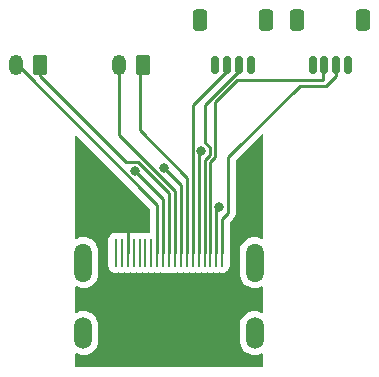
<source format=gbr>
%TF.GenerationSoftware,KiCad,Pcbnew,(6.0.6)*%
%TF.CreationDate,2022-06-22T16:08:49-06:00*%
%TF.ProjectId,21Pin_Fanout_Diodes_&_Heater,32315069-6e5f-4466-916e-6f75745f4469,rev?*%
%TF.SameCoordinates,Original*%
%TF.FileFunction,Copper,L1,Top*%
%TF.FilePolarity,Positive*%
%FSLAX46Y46*%
G04 Gerber Fmt 4.6, Leading zero omitted, Abs format (unit mm)*
G04 Created by KiCad (PCBNEW (6.0.6)) date 2022-06-22 16:08:49*
%MOMM*%
%LPD*%
G01*
G04 APERTURE LIST*
G04 Aperture macros list*
%AMRoundRect*
0 Rectangle with rounded corners*
0 $1 Rounding radius*
0 $2 $3 $4 $5 $6 $7 $8 $9 X,Y pos of 4 corners*
0 Add a 4 corners polygon primitive as box body*
4,1,4,$2,$3,$4,$5,$6,$7,$8,$9,$2,$3,0*
0 Add four circle primitives for the rounded corners*
1,1,$1+$1,$2,$3*
1,1,$1+$1,$4,$5*
1,1,$1+$1,$6,$7*
1,1,$1+$1,$8,$9*
0 Add four rect primitives between the rounded corners*
20,1,$1+$1,$2,$3,$4,$5,0*
20,1,$1+$1,$4,$5,$6,$7,0*
20,1,$1+$1,$6,$7,$8,$9,0*
20,1,$1+$1,$8,$9,$2,$3,0*%
G04 Aperture macros list end*
%TA.AperFunction,SMDPad,CuDef*%
%ADD10RoundRect,0.150000X0.150000X0.625000X-0.150000X0.625000X-0.150000X-0.625000X0.150000X-0.625000X0*%
%TD*%
%TA.AperFunction,SMDPad,CuDef*%
%ADD11RoundRect,0.250000X0.350000X0.650000X-0.350000X0.650000X-0.350000X-0.650000X0.350000X-0.650000X0*%
%TD*%
%TA.AperFunction,ComponentPad*%
%ADD12RoundRect,0.250000X0.350000X0.625000X-0.350000X0.625000X-0.350000X-0.625000X0.350000X-0.625000X0*%
%TD*%
%TA.AperFunction,ComponentPad*%
%ADD13O,1.200000X1.750000*%
%TD*%
%TA.AperFunction,SMDPad,CuDef*%
%ADD14O,0.250000X2.400000*%
%TD*%
%TA.AperFunction,ComponentPad*%
%ADD15O,1.500000X2.700000*%
%TD*%
%TA.AperFunction,ComponentPad*%
%ADD16O,1.500000X3.300000*%
%TD*%
%TA.AperFunction,ViaPad*%
%ADD17C,0.800000*%
%TD*%
%TA.AperFunction,Conductor*%
%ADD18C,0.250000*%
%TD*%
G04 APERTURE END LIST*
D10*
%TO.P,J6,1,Pin_1*%
%TO.N,unconnected-(J6-Pad1)*%
X15150000Y19250000D03*
%TO.P,J6,2,Pin_2*%
%TO.N,Net-(J1-Pad1)*%
X14150000Y19250000D03*
%TO.P,J6,3,Pin_3*%
%TO.N,Net-(J1-Pad3)*%
X13150000Y19250000D03*
%TO.P,J6,4,Pin_4*%
%TO.N,unconnected-(J6-Pad4)*%
X12150000Y19250000D03*
D11*
%TO.P,J6,MP*%
%TO.N,N/C*%
X16450000Y23125000D03*
X10850000Y23125000D03*
%TD*%
D12*
%TO.P,J3,1,Pin_1*%
%TO.N,Net-(J1-Pad10)*%
X-10950000Y19250000D03*
D13*
%TO.P,J3,2,Pin_2*%
%TO.N,Net-(J1-Pad12)*%
X-12950000Y19250000D03*
%TD*%
D12*
%TO.P,J2,1,Pin_1*%
%TO.N,Net-(J1-Pad7)*%
X-2250000Y19250000D03*
D13*
%TO.P,J2,2,Pin_2*%
%TO.N,Net-(J1-Pad9)*%
X-4250000Y19250000D03*
%TD*%
D10*
%TO.P,J7,1,Pin_1*%
%TO.N,unconnected-(J7-Pad1)*%
X6900000Y19250000D03*
%TO.P,J7,2,Pin_2*%
%TO.N,Net-(J1-Pad4)*%
X5900000Y19250000D03*
%TO.P,J7,3,Pin_3*%
%TO.N,Net-(J1-Pad6)*%
X4900000Y19250000D03*
%TO.P,J7,4,Pin_4*%
%TO.N,unconnected-(J7-Pad4)*%
X3900000Y19250000D03*
D11*
%TO.P,J7,MP*%
%TO.N,N/C*%
X8200000Y23125000D03*
X2600000Y23125000D03*
%TD*%
D14*
%TO.P,J1,1,D2+*%
%TO.N,Net-(J1-Pad1)*%
X4501000Y3396000D03*
%TO.P,J1,2,D2S*%
%TO.N,GND*%
X4001000Y3396000D03*
%TO.P,J1,3,D2-*%
%TO.N,Net-(J1-Pad3)*%
X3501000Y3396000D03*
%TO.P,J1,4,D1+*%
%TO.N,Net-(J1-Pad4)*%
X3001000Y3396000D03*
%TO.P,J1,5,D1S*%
%TO.N,GND*%
X2500000Y3396000D03*
%TO.P,J1,6,D1-*%
%TO.N,Net-(J1-Pad6)*%
X2000000Y3396000D03*
%TO.P,J1,7,D0+*%
%TO.N,Net-(J1-Pad7)*%
X1500000Y3396000D03*
%TO.P,J1,8,D0S*%
%TO.N,GND*%
X1000000Y3396000D03*
%TO.P,J1,9,D0-*%
%TO.N,Net-(J1-Pad9)*%
X500000Y3396000D03*
%TO.P,J1,10,CK+*%
%TO.N,Net-(J1-Pad10)*%
X0Y3396000D03*
%TO.P,J1,11,CKS*%
%TO.N,GND*%
X-500000Y3396000D03*
%TO.P,J1,12,CK-*%
%TO.N,Net-(J1-Pad12)*%
X-1000000Y3396000D03*
%TO.P,J1,13,CEC*%
%TO.N,unconnected-(J1-Pad13)*%
X-1500000Y3396000D03*
%TO.P,J1,14,UTILITY*%
%TO.N,unconnected-(J1-Pad14)*%
X-2000000Y3396000D03*
%TO.P,J1,15,SCL*%
%TO.N,unconnected-(J1-Pad15)*%
X-2500000Y3396000D03*
%TO.P,J1,16,SDA*%
%TO.N,unconnected-(J1-Pad16)*%
X-3001000Y3396000D03*
%TO.P,J1,17,GND*%
%TO.N,GND*%
X-3501000Y3396000D03*
%TO.P,J1,18,+5V*%
%TO.N,unconnected-(J1-Pad18)*%
X-4001000Y3396000D03*
%TO.P,J1,19,HPD*%
%TO.N,unconnected-(J1-Pad19)*%
X-4501000Y3396000D03*
D15*
%TO.P,J1,20*%
%TO.N,N/C*%
X7250000Y-3396000D03*
%TO.P,J1,21*%
X-7250000Y-3396000D03*
D16*
%TO.P,J1,22*%
X7250000Y2564000D03*
%TO.P,J1,23*%
X-7250000Y2564000D03*
%TD*%
D17*
%TO.N,GND*%
X2724500Y12000000D03*
X-3500000Y5500000D03*
X-431834Y10568166D03*
X4225500Y7250000D03*
X-2899299Y10350701D03*
%TD*%
D18*
%TO.N,Net-(J1-Pad1)*%
X5500000Y12000000D02*
X11050480Y17550480D01*
X13325960Y17550480D02*
X14150000Y18374520D01*
X4501000Y3396000D02*
X4501000Y6251000D01*
X11050480Y17550480D02*
X13325960Y17550480D01*
X5000000Y6750000D02*
X5000000Y11500000D01*
X5000000Y11500000D02*
X5500000Y12000000D01*
X14150000Y18374520D02*
X14150000Y19250000D01*
X4501000Y6251000D02*
X5000000Y6750000D01*
%TO.N,GND*%
X-500000Y7951402D02*
X-2899299Y10350701D01*
X4001000Y3396000D02*
X4001000Y7025500D01*
X-3501000Y5499000D02*
X-3500000Y5500000D01*
X2500000Y3396000D02*
X2500000Y11775500D01*
X1000000Y3396000D02*
X1000000Y9136332D01*
X-500000Y3396000D02*
X-500000Y7951402D01*
X4001000Y7025500D02*
X4225500Y7250000D01*
X2500000Y11775500D02*
X2724500Y12000000D01*
X-3501000Y3396000D02*
X-3501000Y5499000D01*
X1000000Y9136332D02*
X-431834Y10568166D01*
%TO.N,Net-(J1-Pad3)*%
X13000000Y18000000D02*
X13000000Y19100000D01*
X3898531Y16166741D02*
X4240895Y16509105D01*
X13000000Y19100000D02*
X13150000Y19250000D01*
X3898531Y11513700D02*
X3898531Y16166741D01*
X5731790Y18000000D02*
X13000000Y18000000D01*
X3501000Y11116168D02*
X3898531Y11513700D01*
X4240895Y16509105D02*
X5731790Y18000000D01*
X3501000Y3396000D02*
X3501000Y11116168D01*
%TO.N,Net-(J1-Pad4)*%
X3449011Y11699897D02*
X3449011Y12300989D01*
X3000000Y12750000D02*
X3000000Y15903928D01*
X5900000Y18803928D02*
X5900000Y19250000D01*
X3001000Y11251886D02*
X3449011Y11699897D01*
X3001000Y3396000D02*
X3001000Y11251886D01*
X3449011Y12300989D02*
X3000000Y12750000D01*
X3000000Y15903928D02*
X5900000Y18803928D01*
%TO.N,Net-(J1-Pad6)*%
X2000000Y15903928D02*
X4900000Y18803928D01*
X2000000Y3396000D02*
X2000000Y15903928D01*
X4900000Y18803928D02*
X4900000Y19250000D01*
%TO.N,Net-(J1-Pad7)*%
X1500000Y3396000D02*
X1500000Y9750000D01*
X-2500000Y13750000D02*
X-2500000Y19000000D01*
X-2500000Y19000000D02*
X-2250000Y19250000D01*
X1500000Y9750000D02*
X-2500000Y13750000D01*
%TO.N,Net-(J1-Pad9)*%
X500000Y8611733D02*
X-4250000Y13361733D01*
X-4250000Y13361733D02*
X-4250000Y14000000D01*
X-4250000Y14000000D02*
X-4250000Y19250000D01*
X500000Y3396000D02*
X500000Y8611733D01*
%TO.N,Net-(J1-Pad10)*%
X-10950000Y18350424D02*
X-10950000Y19250000D01*
X0Y8476016D02*
X-2599196Y11075212D01*
X-2599196Y11075212D02*
X-3674788Y11075212D01*
X-3674788Y11075212D02*
X-10950000Y18350424D01*
X0Y3396000D02*
X0Y8476016D01*
%TO.N,Net-(J1-Pad12)*%
X-12823196Y19250000D02*
X-12950000Y19250000D01*
X-1000000Y3396000D02*
X-1000000Y7426804D01*
X-1000000Y7426804D02*
X-12823196Y19250000D01*
%TD*%
%TA.AperFunction,Conductor*%
%TO.N,GND*%
G36*
X7909532Y13409462D02*
G01*
X7966368Y13366915D01*
X7991179Y13300395D01*
X7991500Y13291406D01*
X7991500Y4705927D01*
X7971498Y4637806D01*
X7917842Y4591313D01*
X7847568Y4581209D01*
X7814855Y4590554D01*
X7658180Y4659330D01*
X7658167Y4659335D01*
X7653033Y4661588D01*
X7647582Y4662897D01*
X7647578Y4662898D01*
X7440046Y4712722D01*
X7440045Y4712722D01*
X7434589Y4714032D01*
X7350525Y4718879D01*
X7215917Y4726640D01*
X7215914Y4726640D01*
X7210310Y4726963D01*
X6987285Y4699975D01*
X6772565Y4633918D01*
X6767585Y4631348D01*
X6767581Y4631346D01*
X6626850Y4558709D01*
X6572936Y4530882D01*
X6394708Y4394123D01*
X6243515Y4227964D01*
X6124136Y4037656D01*
X6040344Y3829217D01*
X5994787Y3609233D01*
X5991500Y3552225D01*
X5991500Y1607001D01*
X5991749Y1604214D01*
X5991749Y1604208D01*
X5998009Y1534071D01*
X6006383Y1440238D01*
X6065663Y1223549D01*
X6162378Y1020782D01*
X6293471Y838346D01*
X6454799Y682008D01*
X6641262Y556710D01*
X6846967Y466412D01*
X6852418Y465103D01*
X6852422Y465102D01*
X7025503Y423549D01*
X7065411Y413968D01*
X7149475Y409121D01*
X7284083Y401360D01*
X7284086Y401360D01*
X7289690Y401037D01*
X7512715Y428025D01*
X7727435Y494082D01*
X7732415Y496652D01*
X7732419Y496654D01*
X7807710Y535515D01*
X7877417Y548984D01*
X7943341Y522629D01*
X7984550Y464816D01*
X7991500Y423549D01*
X7991500Y-1554073D01*
X7971498Y-1622194D01*
X7917842Y-1668687D01*
X7847568Y-1678791D01*
X7814855Y-1669446D01*
X7658180Y-1600670D01*
X7658167Y-1600665D01*
X7653033Y-1598412D01*
X7647582Y-1597103D01*
X7647578Y-1597102D01*
X7440046Y-1547278D01*
X7440045Y-1547278D01*
X7434589Y-1545968D01*
X7350525Y-1541121D01*
X7215917Y-1533360D01*
X7215914Y-1533360D01*
X7210310Y-1533037D01*
X6987285Y-1560025D01*
X6772565Y-1626082D01*
X6767585Y-1628652D01*
X6767581Y-1628654D01*
X6577919Y-1726546D01*
X6572936Y-1729118D01*
X6394708Y-1865877D01*
X6243515Y-2032036D01*
X6124136Y-2222344D01*
X6040344Y-2430783D01*
X5994787Y-2650767D01*
X5991500Y-2707775D01*
X5991500Y-4052999D01*
X5991749Y-4055786D01*
X5991749Y-4055792D01*
X5998009Y-4125929D01*
X6006383Y-4219762D01*
X6065663Y-4436451D01*
X6162378Y-4639218D01*
X6293471Y-4821654D01*
X6454799Y-4977992D01*
X6641262Y-5103290D01*
X6846967Y-5193588D01*
X6852418Y-5194897D01*
X6852422Y-5194898D01*
X7025503Y-5236451D01*
X7065411Y-5246032D01*
X7149475Y-5250879D01*
X7284083Y-5258640D01*
X7284086Y-5258640D01*
X7289690Y-5258963D01*
X7512715Y-5231975D01*
X7727435Y-5165918D01*
X7732415Y-5163348D01*
X7732419Y-5163346D01*
X7807710Y-5124485D01*
X7877417Y-5111016D01*
X7943341Y-5137371D01*
X7984550Y-5195184D01*
X7991500Y-5236451D01*
X7991500Y-6115500D01*
X7971498Y-6183621D01*
X7917842Y-6230114D01*
X7865500Y-6241500D01*
X-7865500Y-6241500D01*
X-7933621Y-6221498D01*
X-7980114Y-6167842D01*
X-7991500Y-6115500D01*
X-7991500Y-5237927D01*
X-7971498Y-5169806D01*
X-7917842Y-5123313D01*
X-7847568Y-5113209D01*
X-7814855Y-5122554D01*
X-7658180Y-5191330D01*
X-7658167Y-5191335D01*
X-7653033Y-5193588D01*
X-7647582Y-5194897D01*
X-7647578Y-5194898D01*
X-7474497Y-5236451D01*
X-7434589Y-5246032D01*
X-7350525Y-5250879D01*
X-7215917Y-5258640D01*
X-7215914Y-5258640D01*
X-7210310Y-5258963D01*
X-6987285Y-5231975D01*
X-6772565Y-5165918D01*
X-6767585Y-5163348D01*
X-6767581Y-5163346D01*
X-6577919Y-5065454D01*
X-6577918Y-5065454D01*
X-6572936Y-5062882D01*
X-6394708Y-4926123D01*
X-6243515Y-4759964D01*
X-6124136Y-4569656D01*
X-6040344Y-4361217D01*
X-5994787Y-4141233D01*
X-5991500Y-4084225D01*
X-5991500Y-2739001D01*
X-5994449Y-2705952D01*
X-6005884Y-2577833D01*
X-6006383Y-2572238D01*
X-6065663Y-2355549D01*
X-6162378Y-2152782D01*
X-6293471Y-1970346D01*
X-6454799Y-1814008D01*
X-6641262Y-1688710D01*
X-6846967Y-1598412D01*
X-6852418Y-1597103D01*
X-6852422Y-1597102D01*
X-7059954Y-1547278D01*
X-7059955Y-1547278D01*
X-7065411Y-1545968D01*
X-7149475Y-1541121D01*
X-7284083Y-1533360D01*
X-7284086Y-1533360D01*
X-7289690Y-1533037D01*
X-7512715Y-1560025D01*
X-7727435Y-1626082D01*
X-7732415Y-1628652D01*
X-7732419Y-1628654D01*
X-7807710Y-1667515D01*
X-7877417Y-1680984D01*
X-7943341Y-1654629D01*
X-7984550Y-1596816D01*
X-7991500Y-1555549D01*
X-7991500Y422073D01*
X-7971498Y490194D01*
X-7917842Y536687D01*
X-7847568Y546791D01*
X-7814855Y537446D01*
X-7658180Y468670D01*
X-7658167Y468665D01*
X-7653033Y466412D01*
X-7647582Y465103D01*
X-7647578Y465102D01*
X-7474497Y423549D01*
X-7434589Y413968D01*
X-7350525Y409121D01*
X-7215917Y401360D01*
X-7215914Y401360D01*
X-7210310Y401037D01*
X-6987285Y428025D01*
X-6772565Y494082D01*
X-6767585Y496652D01*
X-6767581Y496654D01*
X-6577919Y594546D01*
X-6577918Y594546D01*
X-6572936Y597118D01*
X-6394708Y733877D01*
X-6243515Y900036D01*
X-6124136Y1090344D01*
X-6040344Y1298783D01*
X-5994787Y1518767D01*
X-5991500Y1575775D01*
X-5991500Y3520999D01*
X-5994449Y3554048D01*
X-6005884Y3682167D01*
X-6006383Y3687762D01*
X-6065663Y3904451D01*
X-6162378Y4107218D01*
X-6293471Y4289654D01*
X-6454799Y4445992D01*
X-6641262Y4571290D01*
X-6846967Y4661588D01*
X-6852418Y4662897D01*
X-6852422Y4662898D01*
X-7059954Y4712722D01*
X-7059955Y4712722D01*
X-7065411Y4714032D01*
X-7149475Y4718879D01*
X-7284083Y4726640D01*
X-7284086Y4726640D01*
X-7289690Y4726963D01*
X-7512715Y4699975D01*
X-7727435Y4633918D01*
X-7732415Y4631348D01*
X-7732419Y4631346D01*
X-7807710Y4592485D01*
X-7877417Y4579016D01*
X-7943341Y4605371D01*
X-7984550Y4663184D01*
X-7991500Y4704451D01*
X-7991500Y13218210D01*
X-7971498Y13286331D01*
X-7917842Y13332824D01*
X-7847568Y13342928D01*
X-7782988Y13313434D01*
X-7776405Y13307305D01*
X-1670405Y7201305D01*
X-1636379Y7138993D01*
X-1633500Y7112210D01*
X-1633500Y5195692D01*
X-1653502Y5127571D01*
X-1707158Y5081078D01*
X-1777432Y5070974D01*
X-1796644Y5075442D01*
X-1802682Y5078283D01*
X-1810470Y5079769D01*
X-1810471Y5079769D01*
X-1952121Y5106790D01*
X-1952122Y5106790D01*
X-1959906Y5108275D01*
X-2048400Y5102708D01*
X-2111738Y5098723D01*
X-2111740Y5098723D01*
X-2119650Y5098225D01*
X-2127186Y5095776D01*
X-2127188Y5095776D01*
X-2128711Y5095281D01*
X-2200291Y5072023D01*
X-2205545Y5070316D01*
X-2276512Y5068288D01*
X-2288184Y5072528D01*
X-2295512Y5074909D01*
X-2302682Y5078283D01*
X-2310465Y5079768D01*
X-2310466Y5079768D01*
X-2452121Y5106790D01*
X-2452122Y5106790D01*
X-2459906Y5108275D01*
X-2548400Y5102708D01*
X-2611738Y5098723D01*
X-2611740Y5098723D01*
X-2619650Y5098225D01*
X-2627186Y5095776D01*
X-2627188Y5095776D01*
X-2706137Y5070124D01*
X-2777105Y5068097D01*
X-2790313Y5072895D01*
X-2796511Y5074908D01*
X-2803682Y5078283D01*
X-2935305Y5103391D01*
X-2953121Y5106790D01*
X-2953122Y5106790D01*
X-2960906Y5108275D01*
X-3049400Y5102708D01*
X-3112738Y5098723D01*
X-3112740Y5098723D01*
X-3120650Y5098225D01*
X-3207241Y5070090D01*
X-3278206Y5068062D01*
X-3289110Y5072023D01*
X-3289124Y5071979D01*
X-3311622Y5079289D01*
X-3453152Y5106287D01*
X-3468849Y5107274D01*
X-3612643Y5098228D01*
X-3628093Y5095281D01*
X-3705884Y5070005D01*
X-3776852Y5067978D01*
X-3791038Y5073130D01*
X-3796508Y5074907D01*
X-3803682Y5078283D01*
X-3935305Y5103391D01*
X-3953121Y5106790D01*
X-3953122Y5106790D01*
X-3960906Y5108275D01*
X-4049400Y5102708D01*
X-4112738Y5098723D01*
X-4112740Y5098723D01*
X-4120650Y5098225D01*
X-4128186Y5095776D01*
X-4128188Y5095776D01*
X-4129711Y5095281D01*
X-4201291Y5072023D01*
X-4206545Y5070316D01*
X-4277512Y5068288D01*
X-4289184Y5072528D01*
X-4296512Y5074909D01*
X-4303682Y5078283D01*
X-4311465Y5079768D01*
X-4311466Y5079768D01*
X-4453121Y5106790D01*
X-4453122Y5106790D01*
X-4460906Y5108275D01*
X-4549400Y5102708D01*
X-4612738Y5098723D01*
X-4612740Y5098723D01*
X-4620650Y5098225D01*
X-4628186Y5095776D01*
X-4628188Y5095776D01*
X-4765333Y5051215D01*
X-4765336Y5051214D01*
X-4772875Y5048764D01*
X-4908018Y4963000D01*
X-5017586Y4846321D01*
X-5094695Y4706060D01*
X-5134500Y4551030D01*
X-5134500Y2281144D01*
X-5119474Y2162203D01*
X-5060552Y2013383D01*
X-4966472Y1883893D01*
X-4843144Y1781867D01*
X-4835977Y1778494D01*
X-4835973Y1778492D01*
X-4773879Y1749274D01*
X-4698318Y1713717D01*
X-4593778Y1693775D01*
X-4551515Y1685713D01*
X-4541094Y1683725D01*
X-4452600Y1689292D01*
X-4389262Y1693277D01*
X-4389260Y1693277D01*
X-4381350Y1693775D01*
X-4373814Y1696224D01*
X-4373812Y1696224D01*
X-4305248Y1718502D01*
X-4295455Y1721684D01*
X-4224488Y1723712D01*
X-4212816Y1719472D01*
X-4205488Y1717091D01*
X-4198318Y1713717D01*
X-4190535Y1712232D01*
X-4190534Y1712232D01*
X-4048879Y1685210D01*
X-4041094Y1683725D01*
X-3952600Y1689292D01*
X-3889262Y1693277D01*
X-3889260Y1693277D01*
X-3881350Y1693775D01*
X-3794759Y1721910D01*
X-3723794Y1723938D01*
X-3712890Y1719977D01*
X-3712876Y1720021D01*
X-3690378Y1712711D01*
X-3548848Y1685713D01*
X-3533151Y1684726D01*
X-3389357Y1693772D01*
X-3373907Y1696719D01*
X-3296116Y1721995D01*
X-3225148Y1724022D01*
X-3210962Y1718870D01*
X-3205492Y1717093D01*
X-3198318Y1713717D01*
X-3093778Y1693775D01*
X-3051515Y1685713D01*
X-3041094Y1683725D01*
X-2952600Y1689292D01*
X-2889262Y1693277D01*
X-2889260Y1693277D01*
X-2881350Y1693775D01*
X-2873814Y1696224D01*
X-2873812Y1696224D01*
X-2794863Y1721876D01*
X-2723895Y1723903D01*
X-2710687Y1719105D01*
X-2704489Y1717092D01*
X-2697318Y1713717D01*
X-2592778Y1693775D01*
X-2550515Y1685713D01*
X-2540094Y1683725D01*
X-2451600Y1689292D01*
X-2388262Y1693277D01*
X-2388260Y1693277D01*
X-2380350Y1693775D01*
X-2372814Y1696224D01*
X-2372812Y1696224D01*
X-2304248Y1718502D01*
X-2294455Y1721684D01*
X-2223488Y1723712D01*
X-2211816Y1719472D01*
X-2204488Y1717091D01*
X-2197318Y1713717D01*
X-2189535Y1712232D01*
X-2189534Y1712232D01*
X-2047879Y1685210D01*
X-2040094Y1683725D01*
X-1951600Y1689292D01*
X-1888262Y1693277D01*
X-1888260Y1693277D01*
X-1880350Y1693775D01*
X-1872814Y1696224D01*
X-1872812Y1696224D01*
X-1804248Y1718502D01*
X-1794455Y1721684D01*
X-1723488Y1723712D01*
X-1711816Y1719472D01*
X-1704488Y1717091D01*
X-1697318Y1713717D01*
X-1689535Y1712232D01*
X-1689534Y1712232D01*
X-1547879Y1685210D01*
X-1540094Y1683725D01*
X-1451600Y1689292D01*
X-1388262Y1693277D01*
X-1388260Y1693277D01*
X-1380350Y1693775D01*
X-1372814Y1696224D01*
X-1372812Y1696224D01*
X-1304248Y1718502D01*
X-1294455Y1721684D01*
X-1223488Y1723712D01*
X-1211816Y1719472D01*
X-1204488Y1717091D01*
X-1197318Y1713717D01*
X-1189535Y1712232D01*
X-1189534Y1712232D01*
X-1047879Y1685210D01*
X-1040094Y1683725D01*
X-951600Y1689292D01*
X-888262Y1693277D01*
X-888260Y1693277D01*
X-880350Y1693775D01*
X-793759Y1721910D01*
X-722794Y1723938D01*
X-711890Y1719977D01*
X-711876Y1720021D01*
X-689378Y1712711D01*
X-547848Y1685713D01*
X-532151Y1684726D01*
X-388357Y1693772D01*
X-372907Y1696719D01*
X-295116Y1721995D01*
X-224148Y1724022D01*
X-209962Y1718870D01*
X-204492Y1717093D01*
X-197318Y1713717D01*
X-92778Y1693775D01*
X-50515Y1685713D01*
X-40094Y1683725D01*
X48400Y1689292D01*
X111738Y1693277D01*
X111740Y1693277D01*
X119650Y1693775D01*
X127186Y1696224D01*
X127188Y1696224D01*
X195752Y1718502D01*
X205545Y1721684D01*
X276512Y1723712D01*
X288184Y1719472D01*
X295512Y1717091D01*
X302682Y1713717D01*
X310465Y1712232D01*
X310466Y1712232D01*
X452121Y1685210D01*
X459906Y1683725D01*
X548400Y1689292D01*
X611738Y1693277D01*
X611740Y1693277D01*
X619650Y1693775D01*
X706241Y1721910D01*
X777206Y1723938D01*
X788110Y1719977D01*
X788124Y1720021D01*
X810622Y1712711D01*
X952152Y1685713D01*
X967849Y1684726D01*
X1111643Y1693772D01*
X1127093Y1696719D01*
X1204884Y1721995D01*
X1275852Y1724022D01*
X1290038Y1718870D01*
X1295508Y1717093D01*
X1302682Y1713717D01*
X1407222Y1693775D01*
X1449485Y1685713D01*
X1459906Y1683725D01*
X1548400Y1689292D01*
X1611738Y1693277D01*
X1611740Y1693277D01*
X1619650Y1693775D01*
X1627186Y1696224D01*
X1627188Y1696224D01*
X1695752Y1718502D01*
X1705545Y1721684D01*
X1776512Y1723712D01*
X1788184Y1719472D01*
X1795512Y1717091D01*
X1802682Y1713717D01*
X1810465Y1712232D01*
X1810466Y1712232D01*
X1952121Y1685210D01*
X1959906Y1683725D01*
X2048400Y1689292D01*
X2111738Y1693277D01*
X2111740Y1693277D01*
X2119650Y1693775D01*
X2206241Y1721910D01*
X2277206Y1723938D01*
X2288110Y1719977D01*
X2288124Y1720021D01*
X2310622Y1712711D01*
X2452152Y1685713D01*
X2467849Y1684726D01*
X2611643Y1693772D01*
X2627093Y1696719D01*
X2705476Y1722187D01*
X2776444Y1724214D01*
X2792172Y1718502D01*
X2796506Y1717094D01*
X2803682Y1713717D01*
X2908222Y1693775D01*
X2950485Y1685713D01*
X2960906Y1683725D01*
X3049400Y1689292D01*
X3112738Y1693277D01*
X3112740Y1693277D01*
X3120650Y1693775D01*
X3128186Y1696224D01*
X3128188Y1696224D01*
X3196752Y1718502D01*
X3206545Y1721684D01*
X3277512Y1723712D01*
X3289184Y1719472D01*
X3296512Y1717091D01*
X3303682Y1713717D01*
X3311465Y1712232D01*
X3311466Y1712232D01*
X3453121Y1685210D01*
X3460906Y1683725D01*
X3549400Y1689292D01*
X3612738Y1693277D01*
X3612740Y1693277D01*
X3620650Y1693775D01*
X3707241Y1721910D01*
X3778206Y1723938D01*
X3789110Y1719977D01*
X3789124Y1720021D01*
X3811622Y1712711D01*
X3953152Y1685713D01*
X3968849Y1684726D01*
X4112643Y1693772D01*
X4128093Y1696719D01*
X4205884Y1721995D01*
X4276852Y1724022D01*
X4291038Y1718870D01*
X4296508Y1717093D01*
X4303682Y1713717D01*
X4408222Y1693775D01*
X4450485Y1685713D01*
X4460906Y1683725D01*
X4549400Y1689292D01*
X4612738Y1693277D01*
X4612740Y1693277D01*
X4620650Y1693775D01*
X4628186Y1696224D01*
X4628188Y1696224D01*
X4765333Y1740785D01*
X4765336Y1740786D01*
X4772875Y1743236D01*
X4908018Y1829000D01*
X5017586Y1945679D01*
X5094695Y2085940D01*
X5134500Y2240970D01*
X5134500Y5936406D01*
X5154502Y6004527D01*
X5171405Y6025501D01*
X5392247Y6246343D01*
X5400537Y6253887D01*
X5407018Y6258000D01*
X5453659Y6307668D01*
X5456413Y6310509D01*
X5476135Y6330231D01*
X5478612Y6333424D01*
X5486317Y6342445D01*
X5511159Y6368900D01*
X5516586Y6374679D01*
X5520407Y6381629D01*
X5526346Y6392432D01*
X5537202Y6408959D01*
X5544757Y6418698D01*
X5544758Y6418700D01*
X5549614Y6424960D01*
X5567174Y6465540D01*
X5572391Y6476188D01*
X5589875Y6507991D01*
X5589876Y6507993D01*
X5593695Y6514940D01*
X5598733Y6534563D01*
X5605137Y6553266D01*
X5610033Y6564580D01*
X5610033Y6564581D01*
X5613181Y6571855D01*
X5614420Y6579678D01*
X5614423Y6579688D01*
X5620099Y6615524D01*
X5622505Y6627144D01*
X5631528Y6662289D01*
X5631528Y6662290D01*
X5633500Y6669970D01*
X5633500Y6690224D01*
X5635051Y6709935D01*
X5636980Y6722114D01*
X5638220Y6729943D01*
X5634059Y6773962D01*
X5633500Y6785819D01*
X5633500Y11185405D01*
X5653502Y11253526D01*
X5670405Y11274501D01*
X5976135Y11580230D01*
X5976148Y11580244D01*
X7776405Y13380501D01*
X7838717Y13414527D01*
X7909532Y13409462D01*
G37*
%TD.AperFunction*%
%TD*%
M02*

</source>
